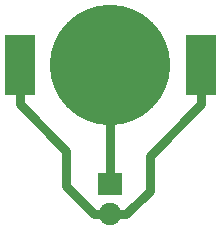
<source format=gtl>
%TF.GenerationSoftware,KiCad,Pcbnew,4.0.5-e0-6337~49~ubuntu16.04.1*%
%TF.CreationDate,2017-04-01T19:42:10-07:00*%
%TF.ProjectId,throwie-layers,7468726F7769652D6C61796572732E6B,1.0*%
%TF.FileFunction,Copper,L1,Top,Signal*%
%FSLAX46Y46*%
G04 Gerber Fmt 4.6, Leading zero omitted, Abs format (unit mm)*
G04 Created by KiCad (PCBNEW 4.0.5-e0-6337~49~ubuntu16.04.1) date Sat Apr  1 19:42:10 2017*
%MOMM*%
%LPD*%
G01*
G04 APERTURE LIST*
%ADD10C,0.350000*%
%ADD11R,2.000000X1.900000*%
%ADD12C,1.900000*%
%ADD13R,2.500000X5.100000*%
%ADD14C,10.200000*%
%ADD15C,0.762000*%
%ADD16C,0.350000*%
G04 APERTURE END LIST*
D10*
D11*
X61013340Y-41592500D03*
D12*
X61013340Y-44132500D03*
D13*
X68683660Y-31521400D03*
X53383660Y-31521400D03*
D14*
X61033660Y-31521400D03*
D15*
X64353440Y-39163620D02*
X64353440Y-42135902D01*
X64353440Y-42135902D02*
X62356842Y-44132500D01*
X62356842Y-44132500D02*
X61013340Y-44132500D01*
X68683660Y-31521400D02*
X68683660Y-34833400D01*
X68683660Y-34833400D02*
X64353440Y-39163620D01*
X57312560Y-38762300D02*
X57312560Y-41775222D01*
X57312560Y-41775222D02*
X59669838Y-44132500D01*
X59669838Y-44132500D02*
X61013340Y-44132500D01*
X53383660Y-31521400D02*
X53383660Y-34833400D01*
X53383660Y-34833400D02*
X57312560Y-38762300D01*
X61013340Y-41592500D02*
X61013340Y-31541720D01*
X61013340Y-31541720D02*
X61033660Y-31521400D01*
D16*
X61013340Y-41592500D03*
X61013340Y-44132500D03*
M02*

</source>
